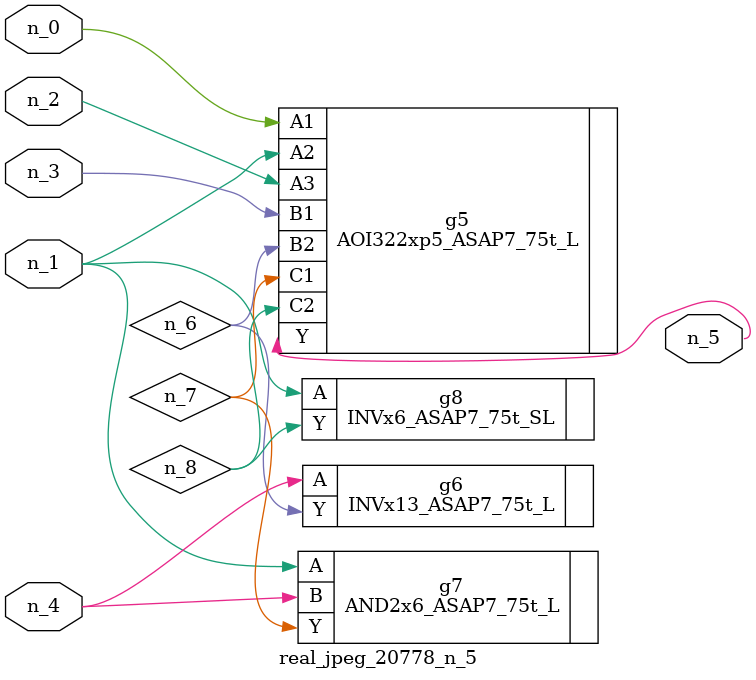
<source format=v>
module real_jpeg_20778_n_5 (n_4, n_0, n_1, n_2, n_3, n_5);

input n_4;
input n_0;
input n_1;
input n_2;
input n_3;

output n_5;

wire n_8;
wire n_6;
wire n_7;

AOI322xp5_ASAP7_75t_L g5 ( 
.A1(n_0),
.A2(n_1),
.A3(n_2),
.B1(n_3),
.B2(n_6),
.C1(n_7),
.C2(n_8),
.Y(n_5)
);

AND2x6_ASAP7_75t_L g7 ( 
.A(n_1),
.B(n_4),
.Y(n_7)
);

INVx6_ASAP7_75t_SL g8 ( 
.A(n_1),
.Y(n_8)
);

INVx13_ASAP7_75t_L g6 ( 
.A(n_4),
.Y(n_6)
);


endmodule
</source>
